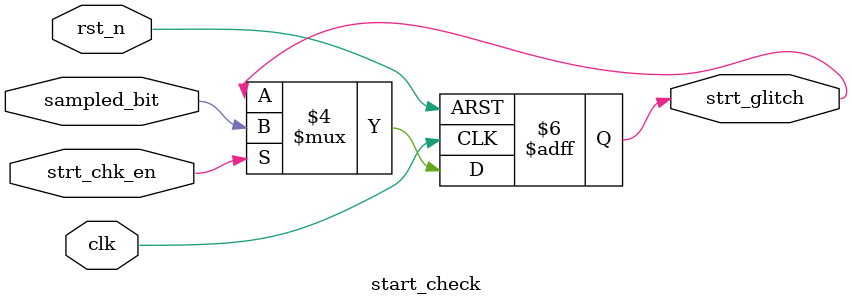
<source format=v>
module start_check(
    input strt_chk_en,
    input sampled_bit,
    input clk,
    input rst_n,
    output reg strt_glitch
);  

    always @(posedge clk or negedge rst_n) begin
        if (!rst_n) begin
            strt_glitch <= 0;
        end
        else if (strt_chk_en) begin
            strt_glitch <= (sampled_bit != 0);
        end
    end
endmodule
</source>
